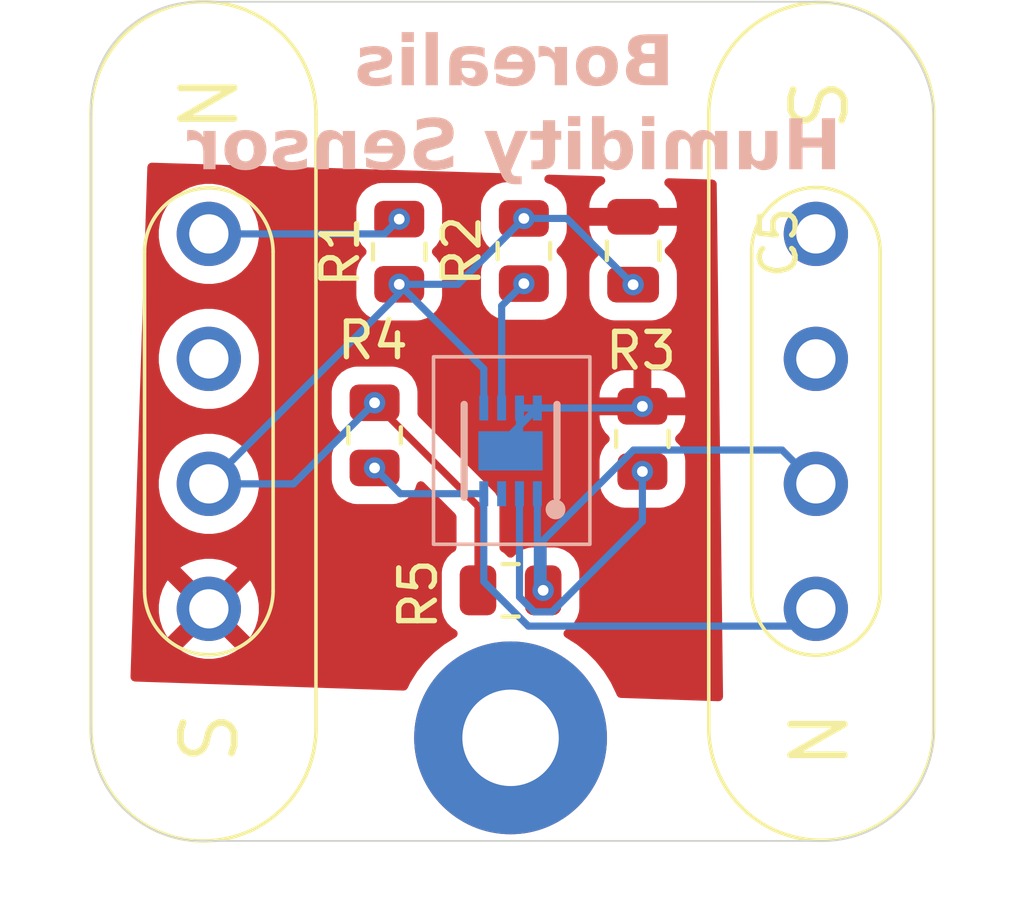
<source format=kicad_pcb>
(kicad_pcb (version 20241229) (generator "pcbnew") (generator_version "9.0")
  (layers (0 "F.Cu" signal) (2 "B.Cu" signal) (13 "F.Paste" user) (15 "B.Paste" user) (5 "F.SilkS" user "F.Silkscreen") (7 "B.SilkS" user "B.Silkscreen") (1 "F.Mask" user) (3 "B.Mask" user) (25 "Edge.Cuts" user))
  (net 0 "")
  (net 1 "/SCL")
  (net 2 "GND")
  (net 3 "+3.3V")
  (net 4 "/SDA")
  (net 5 "Net-(SHT31-nRESET)")
  (net 6 "/ADC")
  (net 7 "+5V")
  (net 9 "Net-(SHT31-ADDR)")
  (net 11 "/ID")
  (footprint "MountingHole:MountingHole_2.7mm_M2.5_Pad" (layer "F.Cu") (at 119.177969 80.990969)
    (property "Reference" "H1" (hide yes))
    (property "Value" "MountingHole")
    (pad "1" thru_hole circle (at 0 0) (size 5.4 5.4) (drill 2.7) (layers "*.Cu" "*.Mask"))
  )
  (footprint "Resistor_SMD:R_0805_2012Metric" (layer "F.Cu") (at 119.177969 76.86 180)
    (property "Reference" "R5" (at 2.5875 -0.11 90) (layer "F.SilkS"))
    (property "Value" "10k")
    (fp_line (start -0.227064 0.735) (end 0.227064 0.735) (stroke (width 0.12)) (layer "F.SilkS"))
    (fp_line (start -0.227064 -0.735) (end 0.227064 -0.735) (stroke (width 0.12)) (layer "F.SilkS"))
    (pad "1" smd roundrect (at -0.9125 0 180) (size 1.025 1.4) (layers "F.Cu" "F.Mask" "F.Paste") (roundrect_rratio 0.243902) (net 4 "/SDA"))
    (pad "2" smd roundrect (at 0.9125 0 180) (size 1.025 1.4) (layers "F.Cu" "F.Mask" "F.Paste") (roundrect_rratio 0.243902) (net 3 "+3.3V"))
  )
  (footprint "Resistor_SMD:R_0805_2012Metric" (layer "F.Cu") (at 119.55 67.3575 90)
    (property "Reference" "R2" (at 0.0025 -1.74 90) (layer "F.SilkS"))
    (property "Value" "10k")
    (fp_line (start -0.227064 -0.735) (end 0.227064 -0.735) (stroke (width 0.12)) (layer "F.SilkS"))
    (fp_line (start -0.227064 0.735) (end 0.227064 0.735) (stroke (width 0.12)) (layer "F.SilkS"))
    (pad "1" smd roundrect (at -0.9125 0 90) (size 1.025 1.4) (layers "F.Cu" "F.Mask" "F.Paste") (roundrect_rratio 0.243902) (net 5 "Net-(SHT31-nRESET)"))
    (pad "2" smd roundrect (at 0.9125 0 90) (size 1.025 1.4) (layers "F.Cu" "F.Mask" "F.Paste") (roundrect_rratio 0.243902) (net 3 "+3.3V"))
  )
  (footprint "batteryholder:MAGNETIC POGO CONN." (layer "F.Cu") (at 110.727969 72.127969 90)
    (property "Reference" "U2" (hide yes))
    (property "Value" "MAGNETIC POGO CONN.")
    (fp_line (start -8.6 -3.3) (end 8.6 -3.3) (stroke (width 0.1)) (layer "F.SilkS"))
    (fp_line (start -4.75 -1.8) (end 4.75 -1.8) (stroke (width 0.1)) (layer "F.SilkS"))
    (fp_line (start -4.75 1.8) (end 4.75 1.8) (stroke (width 0.1)) (layer "F.SilkS"))
    (fp_line (start -8.6 3) (end 8.6 3) (stroke (width 0.1)) (layer "F.SilkS"))
    (fp_arc (start 8.6 -3.3) (mid 11.75 -0.15) (end 8.6 3) (stroke (width 0.1)) (layer "F.SilkS"))
    (fp_arc (start 4.75 -1.8) (mid 6.55 0) (end 4.75 1.8) (stroke (width 0.1)) (layer "F.SilkS"))
    (fp_arc (start -4.75 1.8) (mid -6.55 0) (end -4.75 -1.8) (stroke (width 0.1)) (layer "F.SilkS"))
    (fp_arc (start -8.6 3) (mid -11.75 -0.15) (end -8.6 -3.3) (stroke (width 0.1)) (layer "F.SilkS"))
    (fp_text user "N" (at 8 0.9 90) (layer "F.SilkS") (effects (font (size 1.5 1.5) (thickness 0.1875)) (justify left bottom)))
    (fp_text user "S" (at -9.7 0.9 90) (layer "F.SilkS") (effects (font (size 1.5 1.5) (thickness 0.1875)) (justify left bottom)))
    (pad "1" thru_hole circle (at -5.25 0 90) (size 1.8 1.8) (drill 1.1) (layers "*.Cu" "*.Mask") (net 2 "GND"))
    (pad "2" thru_hole circle (at -1.75 0 90) (size 1.8 1.8) (drill 1.1) (layers "*.Cu" "*.Mask") (net 3 "+3.3V"))
    (pad "3" thru_hole circle (at 1.75 0 90) (size 1.8 1.8) (drill 1.1) (layers "*.Cu" "*.Mask") (net 7 "+5V"))
    (pad "4" thru_hole circle (at 5.25 0 90) (size 1.8 1.8) (drill 1.1) (layers "*.Cu" "*.Mask") (net 11 "/ID"))
  )
  (footprint "Resistor_SMD:R_0805_2012Metric" (layer "F.Cu") (at 115.37 72.52 -90)
    (property "Reference" "R4" (at -2.6575 0.05 0) (layer "F.SilkS"))
    (property "Value" "10k")
    (fp_line (start -0.227064 0.735) (end 0.227064 0.735) (stroke (width 0.12)) (layer "F.SilkS"))
    (fp_line (start -0.227064 -0.735) (end 0.227064 -0.735) (stroke (width 0.12)) (layer "F.SilkS"))
    (pad "1" smd roundrect (at -0.9125 0 270) (size 1.025 1.4) (layers "F.Cu" "F.Mask" "F.Paste") (roundrect_rratio 0.243902) (net 3 "+3.3V"))
    (pad "2" smd roundrect (at 0.9125 0 270) (size 1.025 1.4) (layers "F.Cu" "F.Mask" "F.Paste") (roundrect_rratio 0.243902) (net 1 "/SCL"))
  )
  (footprint "Resistor_SMD:R_0805_2012Metric" (layer "F.Cu") (at 122.87 72.62 -90)
    (property "Reference" "R3" (at -2.4675 0.04 0) (layer "F.SilkS"))
    (property "Value" "10k")
    (fp_line (start -0.227064 0.735) (end 0.227064 0.735) (stroke (width 0.12)) (layer "F.SilkS"))
    (fp_line (start -0.227064 -0.735) (end 0.227064 -0.735) (stroke (width 0.12)) (layer "F.SilkS"))
    (pad "1" smd roundrect (at -0.9125 0 270) (size 1.025 1.4) (layers "F.Cu" "F.Mask" "F.Paste") (roundrect_rratio 0.243902) (net 2 "GND"))
    (pad "2" smd roundrect (at 0.9125 0 270) (size 1.025 1.4) (layers "F.Cu" "F.Mask" "F.Paste") (roundrect_rratio 0.243902) (net 9 "Net-(SHT31-ADDR)"))
  )
  (footprint "batteryholder:MAGNETIC POGO CONN." (layer "F.Cu") (at 127.727969 72.127969 -90)
    (property "Reference" "U1" (hide yes))
    (property "Value" "MAGNETIC POGO CONN.")
    (fp_line (start -8.6 3) (end 8.6 3) (stroke (width 0.1)) (layer "F.SilkS"))
    (fp_line (start -4.75 1.8) (end 4.75 1.8) (stroke (width 0.1)) (layer "F.SilkS"))
    (fp_line (start -4.75 -1.8) (end 4.75 -1.8) (stroke (width 0.1)) (layer "F.SilkS"))
    (fp_line (start -8.6 -3.3) (end 8.6 -3.3) (stroke (width 0.1)) (layer "F.SilkS"))
    (fp_arc (start -8.6 3) (mid -11.75 -0.15) (end -8.6 -3.3) (stroke (width 0.1)) (layer "F.SilkS"))
    (fp_arc (start -4.75 1.8) (mid -6.55 0) (end -4.75 -1.8) (stroke (width 0.1)) (layer "F.SilkS"))
    (fp_arc (start 4.75 -1.8) (mid 6.55 0) (end 4.75 1.8) (stroke (width 0.1)) (layer "F.SilkS"))
    (fp_arc (start 8.6 -3.3) (mid 11.75 -0.15) (end 8.6 3) (stroke (width 0.1)) (layer "F.SilkS"))
    (fp_text user "N" (at 8 0.9 270) (layer "F.SilkS") (effects (font (size 1.5 1.5) (thickness 0.1875)) (justify left bottom)))
    (fp_text user "S" (at -9.7 0.9 270) (layer "F.SilkS") (effects (font (size 1.5 1.5) (thickness 0.1875)) (justify left bottom)))
    (pad "1" thru_hole circle (at -5.25 0 270) (size 1.8 1.8) (drill 1.1) (layers "*.Cu" "*.Mask"))
    (pad "2" thru_hole circle (at -1.75 0 270) (size 1.8 1.8) (drill 1.1) (layers "*.Cu" "*.Mask") (net 6 "/ADC"))
    (pad "3" thru_hole circle (at 1.75 0 270) (size 1.8 1.8) (drill 1.1) (layers "*.Cu" "*.Mask") (net 4 "/SDA"))
    (pad "4" thru_hole circle (at 5.25 0 270) (size 1.8 1.8) (drill 1.1) (layers "*.Cu" "*.Mask") (net 1 "/SCL"))
  )
  (footprint "Capacitor_SMD:C_0805_2012Metric" (layer "F.Cu") (at 122.61 67.35 90)
    (property "Reference" "C5" (at 0.23 4.08 90) (layer "F.SilkS"))
    (property "Value" "100nf")
    (fp_line (start -0.261252 -0.735) (end 0.261252 -0.735) (stroke (width 0.12)) (layer "F.SilkS"))
    (fp_line (start -0.261252 0.735) (end 0.261252 0.735) (stroke (width 0.12)) (layer "F.SilkS"))
    (pad "1" smd roundrect (at -0.95 0 90) (size 1 1.45) (layers "F.Cu" "F.Mask" "F.Paste") (net 3 "+3.3V"))
    (pad "2" smd roundrect (at 0.95 0 90) (size 1 1.45) (layers "F.Cu" "F.Mask" "F.Paste") (net 2 "GND"))
  )
  (footprint "Resistor_SMD:R_0805_2012Metric" (layer "F.Cu") (at 116.06 67.3775 90)
    (property "Reference" "R1" (at 0 -1.65 90) (layer "F.SilkS"))
    (property "Value" "R")
    (fp_line (start -0.227064 -0.735) (end 0.227064 -0.735) (stroke (width 0.12)) (layer "F.SilkS"))
    (fp_line (start -0.227064 0.735) (end 0.227064 0.735) (stroke (width 0.12)) (layer "F.SilkS"))
    (pad "1" smd roundrect (at -0.9125 0 90) (size 1.025 1.4) (layers "F.Cu" "F.Mask" "F.Paste") (roundrect_rratio 0.243902) (net 3 "+3.3V"))
    (pad "2" smd roundrect (at 0.9125 0 90) (size 1.025 1.4) (layers "F.Cu" "F.Mask" "F.Paste") (roundrect_rratio 0.243902) (net 11 "/ID"))
  )
  (footprint "batteryholder:sht31-footprint" (layer "B.Cu") (at 119.177969 72.954147 180)
    (property "Reference" "SHT31" (hide yes))
    (property "Value" "~")
    (fp_line (start 1.2999 -1.3) (end 1.2999 1.3) (stroke (width 0.2032)) (layer "B.SilkS"))
    (fp_line (start -1.3001 -1.3) (end -1.3001 1.3) (stroke (width 0.2032)) (layer "B.SilkS"))
    (fp_arc (start -1.2603 -1.5127) (mid -1.259 -1.766707) (end -1.2577 -1.5127) (stroke (width 0.3)) (layer "B.SilkS"))
    (pad "1" smd rect (at -0.7501 -1.2 180) (size 0.25 0.7) (layers "B.Cu" "B.Mask" "B.Paste") (net 4 "/SDA"))
    (pad "2" smd rect (at -0.2502 -1.2 180) (size 0.25 0.7) (layers "B.Cu" "B.Mask" "B.Paste") (net 9 "Net-(SHT31-ADDR)"))
    (pad "3" smd rect (at 0.2499 -1.2 180) (size 0.25 0.7) (layers "B.Cu" "B.Mask" "B.Paste"))
    (pad "4" smd rect (at 0.7501 -1.2 180) (size 0.25 0.7) (layers "B.Cu" "B.Mask" "B.Paste") (net 1 "/SCL"))
    (pad "5" smd rect (at 0.7501 1.2 180) (size 0.25 0.7) (layers "B.Cu" "B.Mask" "B.Paste") (net 3 "+3.3V"))
    (pad "6" smd rect (at 0.2499 1.2 180) (size 0.25 0.7) (layers "B.Cu" "B.Mask" "B.Paste") (net 5 "Net-(SHT31-nRESET)"))
    (pad "7" smd rect (at -0.2502 1.2 180) (size 0.25 0.7) (layers "B.Cu" "B.Mask" "B.Paste") (net 2 "GND"))
    (pad "8" smd rect (at -0.7501 1.2 180) (size 0.25 0.7) (layers "B.Cu" "B.Mask" "B.Paste") (net 2 "GND"))
    (pad "9" smd rect (at 0 -0.0001 180) (size 1.8 1.1) (layers "B.Cu" "B.Mask" "B.Paste") (net 2 "GND"))
  )
  (gr_rect (start 117.02 70.32) (end 121.4 75.57) (stroke (width 0.1)) (fill no) (layer "B.SilkS"))
  (gr_arc (start 131.027969 80.777969) (mid 130.12 82.97) (end 127.927969 83.877969) (stroke (width 0.05)) (layer "Edge.Cuts"))
  (gr_arc (start 127.727969 60.377969) (mid 130.061421 61.344517) (end 131.027969 63.677969) (stroke (width 0.05)) (layer "Edge.Cuts"))
  (gr_line (start 127.927969 83.877969) (end 110.627969 83.877969) (stroke (width 0.05)) (layer "Edge.Cuts"))
  (gr_arc (start 110.627969 83.877969) (mid 108.406649 83.040711) (end 107.427969 80.877969) (stroke (width 0.05)) (layer "Edge.Cuts"))
  (gr_line (start 131.027969 63.677969) (end 131.027969 80.777969) (stroke (width 0.05)) (layer "Edge.Cuts"))
  (gr_line (start 110.427969 60.377969) (end 127.727969 60.377969) (stroke (width 0.05)) (layer "Edge.Cuts"))
  (gr_arc (start 107.427969 63.377969) (mid 108.306649 61.256649) (end 110.427969 60.377969) (stroke (width 0.05)) (layer "Edge.Cuts"))
  (gr_line (start 107.427969 80.877969) (end 107.427969 63.377969) (stroke (width 0.05)) (layer "Edge.Cuts"))
  (gr_text "Borealis\nHumidity Sensor" (at 119.28 63.31 0) (layer "B.SilkS") (effects (font (size 1.4 1.4) (thickness 0.3) (bold yes)) (justify mirror)))
  (via blind (at 115.37 73.4325) (size 0.6) (drill 0.3) (layers "F.Cu" "B.Cu") (net 1))
  (segment (start 118.427869 76.614443) (end 119.675426 77.862) (width 0.2) (layer "B.Cu") (net 1))
  (segment (start 116.091647 74.154147) (end 115.37 73.4325) (width 0.2) (layer "B.Cu") (net 1))
  (segment (start 119.675426 77.862) (end 127.243938 77.862) (width 0.2) (layer "B.Cu") (net 1))
  (segment (start 118.427869 74.154147) (end 118.427869 76.614443) (width 0.2) (layer "B.Cu") (net 1))
  (segment (start 118.427869 74.154147) (end 116.091647 74.154147) (width 0.2) (layer "B.Cu") (net 1))
  (segment (start 127.243938 77.862) (end 127.727969 77.377969) (width 0.2) (layer "B.Cu") (net 1))
  (via blind (at 122.87 71.7075) (size 0.6) (drill 0.3) (layers "F.Cu" "B.Cu") (net 2))
  (segment (start 122.823353 71.754147) (end 122.87 71.7075) (width 0.2) (layer "B.Cu") (net 2))
  (segment (start 119.928069 71.754147) (end 122.823353 71.754147) (width 0.2) (layer "B.Cu") (net 2))
  (segment (start 119.428169 71.754147) (end 119.928069 71.754147) (width 0.2) (layer "B.Cu") (net 2))
  (segment (start 119.177969 72.504247) (end 119.928069 71.754147) (width 0.2) (layer "B.Cu") (net 2))
  (segment (start 119.928069 71.754147) (end 119.928069 71.561931) (width 0.2) (layer "B.Cu") (net 2))
  (segment (start 119.177969 72.954247) (end 119.177969 72.504247) (width 0.2) (layer "B.Cu") (net 2))
  (segment (start 119.428169 72.704047) (end 119.177969 72.954247) (width 0.2) (layer "B.Cu") (net 2))
  (segment (start 119.428169 71.754147) (end 119.428169 72.704047) (width 0.2) (layer "B.Cu") (net 2))
  (segment (start 118.265469 76.86) (end 118.265469 74.502969) (width 0.2) (layer "F.Cu") (net 3))
  (segment (start 118.265469 74.502969) (end 115.37 71.6075) (width 0.2) (layer "F.Cu") (net 3))
  (via blind (at 119.55 66.445) (size 0.6) (drill 0.3) (layers "F.Cu" "B.Cu") (net 3))
  (via blind (at 122.61 68.3) (size 0.6) (drill 0.3) (layers "F.Cu" "B.Cu") (net 3))
  (via blind (at 116.06 68.29) (size 0.6) (drill 0.3) (layers "F.Cu" "B.Cu") (net 3))
  (via blind (at 115.37 71.6075) (size 0.6) (drill 0.3) (layers "F.Cu" "B.Cu") (net 3))
  (segment (start 117.705 68.29) (end 119.55 66.445) (width 0.2) (layer "B.Cu") (net 3))
  (segment (start 110.727969 73.877969) (end 116.06 68.545938) (width 0.2) (layer "B.Cu") (net 3))
  (segment (start 116.06 68.545938) (end 116.06 68.29) (width 0.2) (layer "B.Cu") (net 3))
  (segment (start 118.427869 71.754147) (end 118.427869 70.657869) (width 0.2) (layer "B.Cu") (net 3))
  (segment (start 110.727969 73.877969) (end 113.099531 73.877969) (width 0.2) (layer "B.Cu") (net 3))
  (segment (start 118.427869 70.657869) (end 116.06 68.29) (width 0.2) (layer "B.Cu") (net 3))
  (segment (start 113.099531 73.877969) (end 115.37 71.6075) (width 0.2) (layer "B.Cu") (net 3))
  (segment (start 119.55 66.445) (end 120.755 66.445) (width 0.2) (layer "B.Cu") (net 3))
  (segment (start 116.06 68.29) (end 117.705 68.29) (width 0.2) (layer "B.Cu") (net 3))
  (segment (start 120.755 66.445) (end 122.61 68.3) (width 0.2) (layer "B.Cu") (net 3))
  (via blind (at 120.090469 76.86) (size 0.6) (drill 0.3) (layers "F.Cu" "B.Cu") (net 4))
  (segment (start 126.7815 72.9315) (end 127.727969 73.877969) (width 0.2) (layer "B.Cu") (net 4))
  (segment (start 120.090469 76.86) (end 120.090469 75.462088) (width 0.2) (layer "B.Cu") (net 4))
  (segment (start 120.090469 75.462088) (end 122.621057 72.9315) (width 0.2) (layer "B.Cu") (net 4))
  (segment (start 122.621057 72.9315) (end 126.7815 72.9315) (width 0.2) (layer "B.Cu") (net 4))
  (segment (start 119.928069 76.6976) (end 120.090469 76.86) (width 0.2) (layer "B.Cu") (net 4))
  (segment (start 119.928069 74.154147) (end 119.928069 76.6976) (width 0.2) (layer "B.Cu") (net 4))
  (via blind (at 119.55 68.27) (size 0.6) (drill 0.3) (layers "F.Cu" "B.Cu") (net 5))
  (segment (start 118.928069 71.754147) (end 118.928069 68.891931) (width 0.2) (layer "B.Cu") (net 5))
  (segment (start 118.928069 68.891931) (end 119.55 68.27) (width 0.2) (layer "B.Cu") (net 5))
  (via blind (at 122.87 73.5325) (size 0.6) (drill 0.3) (layers "F.Cu" "B.Cu") (net 9))
  (segment (start 119.841526 77.461) (end 120.339412 77.461) (width 0.2) (layer "B.Cu") (net 9))
  (segment (start 120.339412 77.461) (end 122.87 74.930412) (width 0.2) (layer "B.Cu") (net 9))
  (segment (start 119.428169 74.154147) (end 119.428169 77.047643) (width 0.2) (layer "B.Cu") (net 9))
  (segment (start 119.428169 77.047643) (end 119.841526 77.461) (width 0.2) (layer "B.Cu") (net 9))
  (segment (start 122.87 74.930412) (end 122.87 73.5325) (width 0.2) (layer "B.Cu") (net 9))
  (via blind (at 116.06 66.465) (size 0.6) (drill 0.3) (layers "F.Cu" "B.Cu") (net 11))
  (segment (start 110.727969 66.877969) (end 115.647031 66.877969) (width 0.2) (layer "B.Cu") (net 11))
  (segment (start 115.647031 66.877969) (end 116.06 66.465) (width 0.2) (layer "B.Cu") (net 11))
  (zone (net 2) (net_name "GND") (layer "F.Cu") (connect_pads (clearance 0.5)) (min_thickness 0.25) (fill yes (thermal_gap 0.5) (thermal_bridge_width 0.5))
    (polygon (pts (xy 109.01 64.88) (xy 124.95 65.36) (xy 125.13 79.97) (xy 108.53 79.41)))
  )
)
</source>
